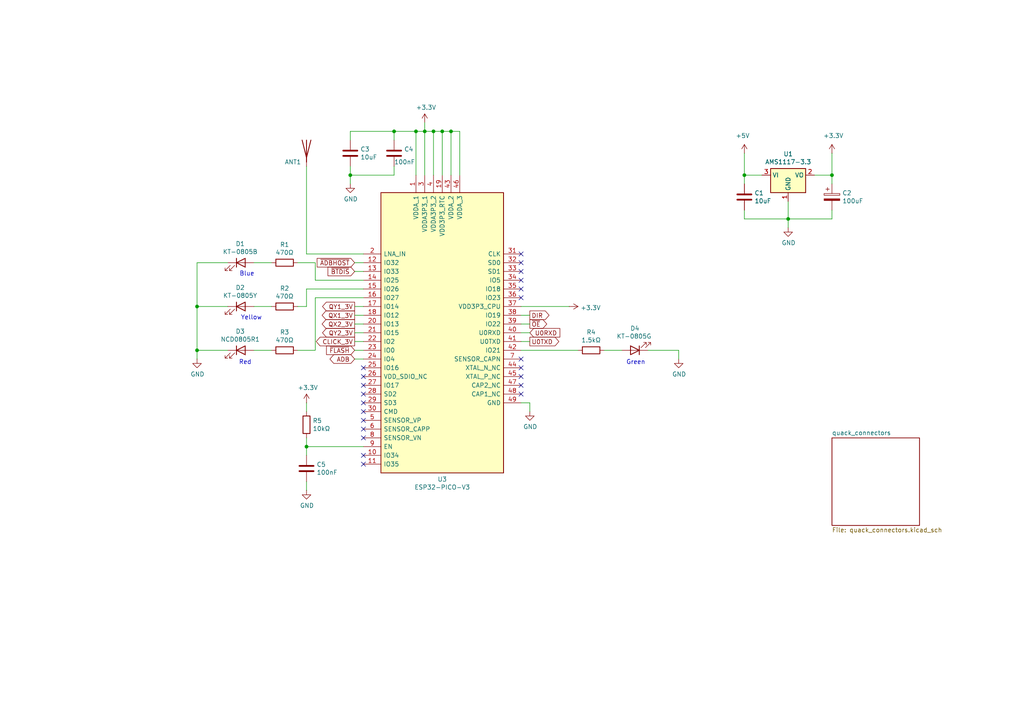
<source format=kicad_sch>
(kicad_sch (version 20250114) (generator "eeschema") (generator_version "9.0")
  (paper "A4")
  (title_block (title "Quack Mouse Adapter") (date "2025-11-25") (rev "1.5") (company "Lostwave") (comment 1 "https://68kmla.org") (comment 2 "https://github.com/demik/quack/tree/master/EDA"))
  (lib_symbols
    (symbol "Device:Antenna" (pin_numbers (hide yes)) (pin_names (offset 1.016) (hide yes))
      (property "Reference" "AE" (at -1.905 1.905 0))
      (property "Value" "Antenna" (at -1.905 0 0))
      (symbol "Antenna_0_1"
        (polyline (pts (xy 0 2.54) (xy 0 -3.81)) (stroke (width 0.254)))
        (polyline (pts (xy 1.27 2.54) (xy 0 -2.54) (xy -1.27 2.54)) (stroke (width 0.254)))
      )
      (symbol "Antenna_1_1"
        (pin input line (at 0 -5.08 90) (length 2.54) (name "A") (number "1"))
      )
    )
    (symbol "Device:C" (pin_numbers (hide yes)) (pin_names (offset 0.254))
      (property "Reference" "C" (at 0.635 2.54 0))
      (property "Value" "C" (at 0.635 -2.54 0))
      (symbol "C_0_1"
        (polyline (pts (xy -2.032 0.762) (xy 2.032 0.762)) (stroke (width 0.508)))
        (polyline (pts (xy -2.032 -0.762) (xy 2.032 -0.762)) (stroke (width 0.508)))
      )
      (symbol "C_1_1"
        (pin passive line (at 0 3.81 270) (length 2.794) (name "~") (number "1"))
        (pin passive line (at 0 -3.81 90) (length 2.794) (name "~") (number "2"))
      )
    )
    (symbol "Device:C_Polarized" (pin_numbers (hide yes)) (pin_names (offset 0.254))
      (property "Reference" "C" (at 0.635 2.54 0))
      (property "Value" "C_Polarized" (at 0.635 -2.54 0))
      (symbol "C_Polarized_0_1"
        (rectangle (start -2.286 0.508) (end 2.286 1.016))
        (polyline (pts (xy -1.778 2.286) (xy -0.762 2.286)))
        (polyline (pts (xy -1.27 2.794) (xy -1.27 1.778)))
        (rectangle (start 2.286 -0.508) (end -2.286 -1.016) (fill (type outline)))
      )
      (symbol "C_Polarized_1_1"
        (pin passive line (at 0 3.81 270) (length 2.794) (name "~") (number "1"))
        (pin passive line (at 0 -3.81 90) (length 2.794) (name "~") (number "2"))
      )
    )
    (symbol "Device:LED" (pin_numbers (hide yes)) (pin_names (offset 1.016) (hide yes))
      (property "Reference" "D" (at 0 2.54 0))
      (property "Value" "LED" (at 0 -2.54 0))
      (symbol "LED_0_1"
        (polyline (pts (xy -3.048 -0.762) (xy -4.572 -2.286) (xy -3.81 -2.286) (xy -4.572 -2.286) (xy -4.572 -1.524)))
        (polyline (pts (xy -1.778 -0.762) (xy -3.302 -2.286) (xy -2.54 -2.286) (xy -3.302 -2.286) (xy -3.302 -1.524)))
        (polyline (pts (xy -1.27 0) (xy 1.27 0)))
        (polyline (pts (xy -1.27 -1.27) (xy -1.27 1.27)) (stroke (width 0.254)))
        (polyline (pts (xy 1.27 -1.27) (xy 1.27 1.27) (xy -1.27 0) (xy 1.27 -1.27)) (stroke (width 0.254)))
      )
      (symbol "LED_1_1"
        (pin passive line (at -3.81 0 0) (length 2.54) (name "K") (number "1"))
        (pin passive line (at 3.81 0 180) (length 2.54) (name "A") (number "2"))
      )
    )
    (symbol "Device:R" (pin_numbers (hide yes)) (pin_names (offset 0))
      (property "Reference" "R" (at 2.032 0 90))
      (property "Value" "R" (at 0 0 90))
      (symbol "R_0_1"
        (rectangle (start -1.016 -2.54) (end 1.016 2.54) (stroke (width 0.254)))
      )
      (symbol "R_1_1"
        (pin passive line (at 0 3.81 270) (length 1.27) (name "~") (number "1"))
        (pin passive line (at 0 -3.81 90) (length 1.27) (name "~") (number "2"))
      )
    )
    (symbol "ESP32-PICO-V3:ESP32-PICO-V3" (pin_names (offset 0.762))
      (property "Reference" "IC" (at 41.91 22.86 0))
      (property "Value" "ESP32-PICO-V3" (at 41.91 20.32 0))
      (symbol "ESP32-PICO-V3_0_0"
        (pin passive line (at 0 0 0) (length 5.08) (name "LNA_IN") (number "2"))
        (pin passive line (at 0 -2.54 0) (length 5.08) (name "IO32") (number "12"))
        (pin passive line (at 0 -5.08 0) (length 5.08) (name "IO33") (number "13"))
        (pin passive line (at 0 -7.62 0) (length 5.08) (name "IO25") (number "14"))
        (pin passive line (at 0 -10.16 0) (length 5.08) (name "IO26") (number "15"))
        (pin passive line (at 0 -12.7 0) (length 5.08) (name "IO27") (number "16"))
        (pin passive line (at 0 -15.24 0) (length 5.08) (name "IO14") (number "17"))
        (pin passive line (at 0 -17.78 0) (length 5.08) (name "IO12") (number "18"))
        (pin passive line (at 0 -20.32 0) (length 5.08) (name "IO13") (number "20"))
        (pin passive line (at 0 -22.86 0) (length 5.08) (name "IO15") (number "21"))
        (pin passive line (at 0 -25.4 0) (length 5.08) (name "IO2") (number "22"))
        (pin passive line (at 0 -27.94 0) (length 5.08) (name "IO0") (number "23"))
        (pin passive line (at 0 -30.48 0) (length 5.08) (name "IO4") (number "24"))
        (pin passive line (at 0 -33.02 0) (length 5.08) (name "IO16") (number "25"))
        (pin passive line (at 0 -35.56 0) (length 5.08) (name "VDD_SDIO_NC") (number "26"))
        (pin passive line (at 0 -38.1 0) (length 5.08) (name "IO17") (number "27"))
        (pin passive line (at 0 -40.64 0) (length 5.08) (name "SD2") (number "28"))
        (pin passive line (at 0 -43.18 0) (length 5.08) (name "SD3") (number "29"))
        (pin passive line (at 0 -45.72 0) (length 5.08) (name "CMD") (number "30"))
        (pin passive line (at 0 -48.26 0) (length 5.08) (name "SENSOR_VP") (number "5"))
        (pin passive line (at 0 -50.8 0) (length 5.08) (name "SENSOR_CAPP") (number "6"))
        (pin passive line (at 0 -53.34 0) (length 5.08) (name "SENSOR_VN") (number "8"))
        (pin passive line (at 0 -55.88 0) (length 5.08) (name "EN") (number "9"))
        (pin passive line (at 0 -58.42 0) (length 5.08) (name "IO34") (number "10"))
        (pin passive line (at 0 -60.96 0) (length 5.08) (name "IO35") (number "11"))
        (pin passive line (at 15.24 22.86 270) (length 5.08) (name "VDDA_1") (number "1"))
        (pin passive line (at 17.78 22.86 270) (length 5.08) (name "VDDA3P3_1") (number "3"))
        (pin passive line (at 20.32 22.86 270) (length 5.08) (name "VDDA3P3_2") (number "4"))
        (pin passive line (at 22.86 22.86 270) (length 5.08) (name "VDD3P3_RTC") (number "19"))
        (pin passive line (at 25.4 22.86 270) (length 5.08) (name "VDDA_2") (number "43"))
        (pin passive line (at 27.94 22.86 270) (length 5.08) (name "VDDA_3") (number "46"))
        (pin passive line (at 45.72 0 180) (length 5.08) (name "CLK") (number "31"))
        (pin passive line (at 45.72 -2.54 180) (length 5.08) (name "SD0") (number "32"))
        (pin passive line (at 45.72 -5.08 180) (length 5.08) (name "SD1") (number "33"))
        (pin passive line (at 45.72 -7.62 180) (length 5.08) (name "IO5") (number "34"))
        (pin passive line (at 45.72 -10.16 180) (length 5.08) (name "IO18") (number "35"))
        (pin passive line (at 45.72 -12.7 180) (length 5.08) (name "IO23") (number "36"))
        (pin passive line (at 45.72 -15.24 180) (length 5.08) (name "VDD3P3_CPU") (number "37"))
        (pin passive line (at 45.72 -17.78 180) (length 5.08) (name "IO19") (number "38"))
        (pin passive line (at 45.72 -20.32 180) (length 5.08) (name "IO22") (number "39"))
        (pin passive line (at 45.72 -22.86 180) (length 5.08) (name "U0RXD") (number "40"))
        (pin passive line (at 45.72 -25.4 180) (length 5.08) (name "U0TXD") (number "41"))
        (pin passive line (at 45.72 -27.94 180) (length 5.08) (name "IO21") (number "42"))
        (pin passive line (at 45.72 -30.48 180) (length 5.08) (name "SENSOR_CAPN") (number "7"))
        (pin passive line (at 45.72 -33.02 180) (length 5.08) (name "XTAL_N_NC") (number "44"))
        (pin passive line (at 45.72 -35.56 180) (length 5.08) (name "XTAL_P_NC") (number "45"))
        (pin passive line (at 45.72 -38.1 180) (length 5.08) (name "CAP2_NC") (number "47"))
        (pin passive line (at 45.72 -40.64 180) (length 5.08) (name "CAP1_NC") (number "48"))
        (pin passive line (at 45.72 -43.18 180) (length 5.08) (name "GND") (number "49"))
      )
      (symbol "ESP32-PICO-V3_1_1"
        (polyline (pts (xy 5.08 17.78) (xy 40.64 17.78) (xy 40.64 -63.5) (xy 5.08 -63.5) (xy 5.08 17.78)) (stroke (width 0.254)) (fill (type background)))
      )
    )
    (symbol "Regulator_Linear:AMS1117-3.3"
      (property "Reference" "U" (at -3.81 3.175 0))
      (property "Value" "AMS1117-3.3" (at 0 3.175 0))
      (symbol "AMS1117-3.3_0_1"
        (rectangle (start -5.08 -5.08) (end 5.08 1.905) (stroke (width 0.254)) (fill (type background)))
      )
      (symbol "AMS1117-3.3_1_1"
        (pin power_in line (at -7.62 0 0) (length 2.54) (name "VI") (number "3"))
        (pin power_in line (at 0 -7.62 90) (length 2.54) (name "GND") (number "1"))
        (pin power_out line (at 7.62 0 180) (length 2.54) (name "VO") (number "2"))
      )
    )
    (symbol "power:+3.3V" (power) (pin_numbers (hide yes)) (pin_names (offset 0) (hide yes))
      (property "Value" "+3.3V" (at 0 3.556 0))
      (symbol "+3.3V_0_1"
        (polyline (pts (xy -0.762 1.27) (xy 0 2.54)))
        (polyline (pts (xy 0 2.54) (xy 0.762 1.27)))
        (polyline (pts (xy 0 0) (xy 0 2.54)))
      )
      (symbol "+3.3V_1_1"
        (pin power_in line (at 0 0 90) (length 0) (name "~") (number "1"))
      )
    )
    (symbol "power:+5V" (power) (pin_numbers (hide yes)) (pin_names (offset 0) (hide yes))
      (property "Value" "+5V" (at 0 3.556 0))
      (symbol "+5V_0_1"
        (polyline (pts (xy -0.762 1.27) (xy 0 2.54)))
        (polyline (pts (xy 0 2.54) (xy 0.762 1.27)))
        (polyline (pts (xy 0 0) (xy 0 2.54)))
      )
      (symbol "+5V_1_1"
        (pin power_in line (at 0 0 90) (length 0) (name "~") (number "1"))
      )
    )
    (symbol "power:GND" (power) (pin_numbers (hide yes)) (pin_names (offset 0) (hide yes))
      (property "Value" "GND" (at 0 -3.81 0))
      (symbol "GND_0_1"
        (polyline (pts (xy 0 0) (xy 0 -1.27) (xy 1.27 -1.27) (xy 0 -2.54) (xy -1.27 -1.27) (xy 0 -1.27)))
      )
      (symbol "GND_1_1"
        (pin power_in line (at 0 0 270) (length 0) (name "~") (number "1"))
      )
    )
  )
  (text "Blue" (at 71.628 79.502 0) (effects (font (size 1.27 1.27))))
  (text "Red" (at 71.12 105.156 0) (effects (font (size 1.27 1.27))))
  (text "Green" (at 184.404 105.156 0) (effects (font (size 1.27 1.27))))
  (text "Yellow" (at 72.898 92.202 0) (effects (font (size 1.27 1.27))))
  (junction (at 101.6 50.8))
  (junction (at 241.3 50.8))
  (junction (at 123.19 38.1))
  (junction (at 114.3 38.1))
  (junction (at 120.65 38.1))
  (junction (at 228.6 63.5))
  (junction (at 88.9 129.54))
  (junction (at 57.15 88.9))
  (junction (at 215.9 50.8))
  (junction (at 57.15 101.6))
  (junction (at 125.73 38.1))
  (junction (at 128.27 38.1))
  (junction (at 130.81 38.1))
  (no_connect (at 151.13 83.82))
  (no_connect (at 151.13 114.3))
  (no_connect (at 151.13 73.66))
  (no_connect (at 105.41 106.68))
  (no_connect (at 151.13 81.28))
  (no_connect (at 105.41 111.76))
  (no_connect (at 151.13 106.68))
  (no_connect (at 105.41 134.62))
  (no_connect (at 105.41 124.46))
  (no_connect (at 105.41 121.92))
  (no_connect (at 151.13 109.22))
  (no_connect (at 105.41 119.38))
  (no_connect (at 151.13 76.2))
  (no_connect (at 151.13 78.74))
  (no_connect (at 105.41 109.22))
  (no_connect (at 105.41 116.84))
  (no_connect (at 105.41 127))
  (no_connect (at 151.13 111.76))
  (no_connect (at 105.41 114.3))
  (no_connect (at 105.41 132.08))
  (no_connect (at 151.13 86.36))
  (no_connect (at 151.13 104.14))
  (wire (pts (xy 105.41 104.14) (xy 102.87 104.14)))
  (wire (pts (xy 228.6 63.5) (xy 215.9 63.5)))
  (wire (pts (xy 105.41 78.74) (xy 102.87 78.74)))
  (wire (pts (xy 78.74 76.2) (xy 73.66 76.2)))
  (wire (pts (xy 128.27 50.8) (xy 128.27 38.1)))
  (wire (pts (xy 151.13 88.9) (xy 165.1 88.9)))
  (wire (pts (xy 101.6 50.8) (xy 101.6 48.26)))
  (wire (pts (xy 88.9 129.54) (xy 88.9 127)))
  (wire (pts (xy 105.41 83.82) (xy 88.9 83.82)))
  (wire (pts (xy 102.87 93.98) (xy 105.41 93.98)))
  (wire (pts (xy 88.9 129.54) (xy 105.41 129.54)))
  (wire (pts (xy 153.67 99.06) (xy 151.13 99.06)))
  (wire (pts (xy 120.65 38.1) (xy 123.19 38.1)))
  (wire (pts (xy 88.9 73.66) (xy 105.41 73.66)))
  (wire (pts (xy 102.87 91.44) (xy 105.41 91.44)))
  (wire (pts (xy 88.9 73.66) (xy 88.9 48.26)))
  (wire (pts (xy 114.3 40.64) (xy 114.3 38.1)))
  (wire (pts (xy 215.9 50.8) (xy 215.9 44.45)))
  (wire (pts (xy 228.6 58.42) (xy 228.6 63.5)))
  (wire (pts (xy 123.19 38.1) (xy 123.19 50.8)))
  (wire (pts (xy 236.22 50.8) (xy 241.3 50.8)))
  (wire (pts (xy 57.15 101.6) (xy 66.04 101.6)))
  (wire (pts (xy 101.6 38.1) (xy 101.6 40.64)))
  (wire (pts (xy 133.35 38.1) (xy 130.81 38.1)))
  (wire (pts (xy 153.67 96.52) (xy 151.13 96.52)))
  (wire (pts (xy 101.6 53.34) (xy 101.6 50.8)))
  (wire (pts (xy 91.44 86.36) (xy 91.44 101.6)))
  (wire (pts (xy 114.3 38.1) (xy 101.6 38.1)))
  (wire (pts (xy 215.9 50.8) (xy 220.98 50.8)))
  (wire (pts (xy 57.15 88.9) (xy 66.04 88.9)))
  (wire (pts (xy 78.74 101.6) (xy 73.66 101.6)))
  (wire (pts (xy 91.44 81.28) (xy 91.44 76.2)))
  (wire (pts (xy 88.9 116.84) (xy 88.9 119.38)))
  (wire (pts (xy 133.35 50.8) (xy 133.35 38.1)))
  (wire (pts (xy 120.65 38.1) (xy 114.3 38.1)))
  (wire (pts (xy 125.73 50.8) (xy 125.73 38.1)))
  (wire (pts (xy 175.26 101.6) (xy 180.34 101.6)))
  (wire (pts (xy 215.9 53.34) (xy 215.9 50.8)))
  (wire (pts (xy 215.9 63.5) (xy 215.9 60.96)))
  (wire (pts (xy 125.73 38.1) (xy 128.27 38.1)))
  (wire (pts (xy 88.9 88.9) (xy 86.36 88.9)))
  (wire (pts (xy 57.15 76.2) (xy 57.15 88.9)))
  (wire (pts (xy 196.85 101.6) (xy 187.96 101.6)))
  (wire (pts (xy 78.74 88.9) (xy 73.66 88.9)))
  (wire (pts (xy 57.15 101.6) (xy 57.15 104.14)))
  (wire (pts (xy 130.81 50.8) (xy 130.81 38.1)))
  (wire (pts (xy 88.9 83.82) (xy 88.9 88.9)))
  (wire (pts (xy 241.3 50.8) (xy 241.3 53.34)))
  (wire (pts (xy 105.41 86.36) (xy 91.44 86.36)))
  (wire (pts (xy 102.87 88.9) (xy 105.41 88.9)))
  (wire (pts (xy 151.13 93.98) (xy 153.67 93.98)))
  (wire (pts (xy 151.13 91.44) (xy 153.67 91.44)))
  (wire (pts (xy 125.73 38.1) (xy 123.19 38.1)))
  (wire (pts (xy 88.9 139.7) (xy 88.9 142.24)))
  (wire (pts (xy 120.65 50.8) (xy 120.65 38.1)))
  (wire (pts (xy 153.67 116.84) (xy 153.67 119.38)))
  (wire (pts (xy 86.36 76.2) (xy 91.44 76.2)))
  (wire (pts (xy 105.41 81.28) (xy 91.44 81.28)))
  (wire (pts (xy 151.13 101.6) (xy 167.64 101.6)))
  (wire (pts (xy 123.19 38.1) (xy 123.19 35.56)))
  (wire (pts (xy 102.87 101.6) (xy 105.41 101.6)))
  (wire (pts (xy 57.15 76.2) (xy 66.04 76.2)))
  (wire (pts (xy 196.85 104.14) (xy 196.85 101.6)))
  (wire (pts (xy 57.15 88.9) (xy 57.15 101.6)))
  (wire (pts (xy 102.87 99.06) (xy 105.41 99.06)))
  (wire (pts (xy 241.3 44.45) (xy 241.3 50.8)))
  (wire (pts (xy 102.87 96.52) (xy 105.41 96.52)))
  (wire (pts (xy 241.3 60.96) (xy 241.3 63.5)))
  (wire (pts (xy 228.6 63.5) (xy 228.6 66.04)))
  (wire (pts (xy 114.3 48.26) (xy 114.3 50.8)))
  (wire (pts (xy 128.27 38.1) (xy 130.81 38.1)))
  (wire (pts (xy 91.44 101.6) (xy 86.36 101.6)))
  (wire (pts (xy 114.3 50.8) (xy 101.6 50.8)))
  (wire (pts (xy 241.3 63.5) (xy 228.6 63.5)))
  (wire (pts (xy 105.41 76.2) (xy 102.87 76.2)))
  (wire (pts (xy 88.9 132.08) (xy 88.9 129.54)))
  (wire (pts (xy 151.13 116.84) (xy 153.67 116.84)))
  (global_label "QX2_3V" (shape output) (at 102.87 93.98 180) (property "Intersheetrefs" "${INTERSHEET_REFS}" (effects (hide yes))))
  (global_label "QX1_3V" (shape output) (at 102.87 91.44 180) (property "Intersheetrefs" "${INTERSHEET_REFS}" (effects (hide yes))))
  (global_label "CLICK_3V" (shape output) (at 102.87 99.06 180) (property "Intersheetrefs" "${INTERSHEET_REFS}" (effects (hide yes))))
  (global_label "~{FLASH}" (shape input) (at 102.87 101.6 180) (property "Intersheetrefs" "${INTERSHEET_REFS}" (effects (hide yes))))
  (global_label "U0RXD" (shape input) (at 153.67 96.52 0) (property "Intersheetrefs" "${INTERSHEET_REFS}" (effects (hide yes))))
  (global_label "~{OE}" (shape output) (at 153.67 93.98 0) (property "Intersheetrefs" "${INTERSHEET_REFS}" (effects (hide yes))))
  (global_label "ADB" (shape bidirectional) (at 102.87 104.14 180) (property "Intersheetrefs" "${INTERSHEET_REFS}" (effects (hide yes))))
  (global_label "U0TXD" (shape output) (at 153.67 99.06 0) (property "Intersheetrefs" "${INTERSHEET_REFS}" (effects (hide yes))))
  (global_label "QY1_3V" (shape output) (at 102.87 88.9 180) (property "Intersheetrefs" "${INTERSHEET_REFS}" (effects (hide yes))))
  (global_label "QY2_3V" (shape output) (at 102.87 96.52 180) (property "Intersheetrefs" "${INTERSHEET_REFS}" (effects (hide yes))))
  (global_label "~{BTDIS}" (shape input) (at 102.87 78.74 180) (property "Intersheetrefs" "${INTERSHEET_REFS}" (effects (hide yes))))
  (global_label "DIR" (shape output) (at 153.67 91.44 0) (property "Intersheetrefs" "${INTERSHEET_REFS}" (effects (hide yes))))
  (global_label "~{ADBHOST}" (shape input) (at 102.87 76.2 180) (property "Intersheetrefs" "${INTERSHEET_REFS}" (effects (hide yes))))
  (symbol (lib_id "ESP32-PICO-V3:ESP32-PICO-V3") (at 105.41 73.66 0) (unit 1)
    (property "Reference" "U3" (at 128.27 139.0142 0))
    (property "Value" "ESP32-PICO-V3" (at 128.27 141.3256 0))
    (property "Footprint" "Package_DFN_QFN:QFN-48-1EP_7x7mm_P0.5mm_EP5.3x5.3mm" (effects (hide yes)))
    (property "Datasheet" "https://hr.mouser.com/datasheet/2/891/esp32-pico-d4_datasheet_en-1365829.pdf" (effects (hide yes)))
    (property "Description" "ESP32-PICO-V3 module" (effects (hide yes)))
    (property "Mouser Part Number" "356-ESP32-PICO-V3" (effects (hide yes)))
    (property "Manufacturer_Name" "Espressif" (effects (hide yes)))
    (property "Manufacturer_Part_Number" "ESP32-PICO-V3" (effects (hide yes)))
  )
  (symbol (lib_id "Regulator_Linear:AMS1117-3.3") (at 228.6 50.8 0) (unit 1)
    (property "Reference" "U1" (at 228.6 44.6532 0))
    (property "Value" "AMS1117-3.3" (at 228.6 46.9646 0))
    (property "Footprint" "Package_TO_SOT_SMD:SOT-223-3_TabPin2" (effects (hide yes)))
    (property "Datasheet" "http://www.advanced-monolithic.com/pdf/ds1117.pdf" (effects (hide yes)))
  )
  (symbol (lib_id "power:GND") (at 228.6 66.04 0) (unit 1)
    (property "Reference" "#PWR0108" (effects (hide yes)))
    (property "Value" "GND" (at 228.727 70.4342 0))
  )
  (symbol (lib_id "power:+5V") (at 215.9 44.45 0) (unit 1)
    (property "Reference" "#PWR0109" (effects (hide yes)))
    (property "Value" "+5V" (at 213.36 39.37 0) (effects (justify left)))
  )
  (symbol (lib_id "power:+3.3V") (at 241.3 44.45 0) (unit 1)
    (property "Reference" "#PWR0110" (effects (hide yes)))
    (property "Value" "+3.3V" (at 238.76 39.37 0) (effects (justify left)))
  )
  (symbol (lib_id "Device:C") (at 215.9 57.15 0) (unit 1)
    (property "Reference" "C1" (at 218.821 55.9816 0) (effects (justify left)))
    (property "Value" "10uF" (at 218.821 58.293 0) (effects (justify left)))
    (property "Footprint" "Capacitor_SMD:C_0805_2012Metric" (effects (hide yes)))
  )
  (symbol (lib_id "Device:C_Polarized") (at 241.3 57.15 0) (unit 1)
    (property "Reference" "C2" (at 244.2972 55.9816 0) (effects (justify left)))
    (property "Value" "100uF" (at 244.2972 58.293 0) (effects (justify left)))
    (property "Footprint" "Capacitor_Tantalum_SMD:CP_EIA-3528-12_Kemet-T" (effects (hide yes)))
    (property "Description" "Polarized capacitor" (effects (hide yes)))
  )
  (symbol (lib_id "power:+3.3V") (at 123.19 35.56 0) (unit 1)
    (property "Reference" "#PWR0111" (effects (hide yes)))
    (property "Value" "+3.3V" (at 123.571 31.1658 0))
  )
  (symbol (lib_id "power:GND") (at 153.67 119.38 0) (unit 1)
    (property "Reference" "#PWR0112" (effects (hide yes)))
    (property "Value" "GND" (at 153.797 123.7742 0))
  )
  (symbol (lib_id "power:+3.3V") (at 165.1 88.9 270) (unit 1)
    (property "Reference" "#PWR0113" (effects (hide yes)))
    (property "Value" "+3.3V" (at 168.3512 89.281 90) (effects (justify left)))
  )
  (symbol (lib_id "Device:LED") (at 184.15 101.6 180) (unit 1)
    (property "Reference" "D4" (at 184.15 95.25 0))
    (property "Value" "KT-0805G" (at 183.896 97.536 0))
    (property "Footprint" "LED_SMD:LED_0805_2012Metric" (effects (hide yes)))
  )
  (symbol (lib_id "Device:LED") (at 69.85 76.2 0) (unit 1)
    (property "Reference" "D1" (at 69.6722 70.7136 0))
    (property "Value" "KT-0805B" (at 69.6722 73.025 0))
    (property "Footprint" "LED_SMD:LED_0805_2012Metric" (effects (hide yes)))
  )
  (symbol (lib_id "Device:LED") (at 69.85 88.9 0) (unit 1)
    (property "Reference" "D2" (at 69.6722 83.4136 0))
    (property "Value" "KT-0805Y" (at 69.6722 85.725 0))
    (property "Footprint" "LED_SMD:LED_0805_2012Metric" (effects (hide yes)))
  )
  (symbol (lib_id "Device:R") (at 88.9 123.19 0) (unit 1)
    (property "Reference" "R5" (at 90.678 122.0216 0) (effects (justify left)))
    (property "Value" "10kΩ" (at 90.678 124.333 0) (effects (justify left)))
    (property "Footprint" "Resistor_SMD:R_0805_2012Metric" (effects (hide yes)))
  )
  (symbol (lib_id "Device:C") (at 88.9 135.89 0) (unit 1)
    (property "Reference" "C5" (at 91.821 134.7216 0) (effects (justify left)))
    (property "Value" "100nF" (at 91.821 137.033 0) (effects (justify left)))
    (property "Footprint" "Capacitor_SMD:C_0805_2012Metric" (effects (hide yes)))
  )
  (symbol (lib_id "Device:LED") (at 69.85 101.6 0) (unit 1)
    (property "Reference" "D3" (at 69.6722 96.1136 0))
    (property "Value" "NCD0805R1" (at 69.6722 98.425 0))
    (property "Footprint" "LED_SMD:LED_0805_2012Metric" (effects (hide yes)))
  )
  (symbol (lib_id "Device:R") (at 82.55 76.2 270) (unit 1)
    (property "Reference" "R1" (at 82.55 70.9422 90))
    (property "Value" "470Ω" (at 82.55 73.2536 90))
    (property "Footprint" "Resistor_SMD:R_0805_2012Metric" (effects (hide yes)))
  )
  (symbol (lib_id "Device:R") (at 82.55 88.9 270) (unit 1)
    (property "Reference" "R2" (at 82.55 83.6422 90))
    (property "Value" "470Ω" (at 82.55 85.9536 90))
    (property "Footprint" "Resistor_SMD:R_0805_2012Metric" (effects (hide yes)))
  )
  (symbol (lib_id "Device:R") (at 82.55 101.6 270) (unit 1)
    (property "Reference" "R3" (at 82.55 96.3422 90))
    (property "Value" "470Ω" (at 82.55 98.6536 90))
    (property "Footprint" "Resistor_SMD:R_0805_2012Metric" (effects (hide yes)))
  )
  (symbol (lib_id "power:GND") (at 88.9 142.24 0) (unit 1)
    (property "Reference" "#PWR0121" (effects (hide yes)))
    (property "Value" "GND" (at 89.027 146.6342 0))
  )
  (symbol (lib_id "power:+3.3V") (at 88.9 116.84 0) (unit 1)
    (property "Reference" "#PWR0122" (effects (hide yes)))
    (property "Value" "+3.3V" (at 89.281 112.4458 0))
  )
  (symbol (lib_id "power:GND") (at 57.15 104.14 0) (unit 1)
    (property "Reference" "#PWR0114" (effects (hide yes)))
    (property "Value" "GND" (at 57.277 108.5342 0))
  )
  (symbol (lib_id "Device:R") (at 171.45 101.6 270) (unit 1)
    (property "Reference" "R4" (at 171.45 96.3422 90))
    (property "Value" "1.5kΩ" (at 171.45 98.6536 90))
    (property "Footprint" "Resistor_SMD:R_0805_2012Metric" (effects (hide yes)))
  )
  (symbol (lib_id "power:GND") (at 196.85 104.14 0) (unit 1)
    (property "Reference" "#PWR0115" (effects (hide yes)))
    (property "Value" "GND" (at 196.977 108.5342 0))
  )
  (symbol (lib_id "Device:C") (at 114.3 44.45 0) (unit 1)
    (property "Reference" "C4" (at 117.221 43.2816 0) (effects (justify left)))
    (property "Value" "100nF" (at 114.3 46.99 0) (effects (justify left)))
    (property "Footprint" "Capacitor_SMD:C_0805_2012Metric" (effects (hide yes)))
  )
  (symbol (lib_id "Device:C") (at 101.6 44.45 0) (unit 1)
    (property "Reference" "C3" (at 104.521 43.2816 0) (effects (justify left)))
    (property "Value" "10uF" (at 104.521 45.593 0) (effects (justify left)))
    (property "Footprint" "Capacitor_SMD:C_0805_2012Metric" (effects (hide yes)))
  )
  (symbol (lib_id "power:GND") (at 101.6 53.34 0) (unit 1)
    (property "Reference" "#PWR0118" (effects (hide yes)))
    (property "Value" "GND" (at 101.727 57.7342 0))
  )
  (symbol (lib_id "Device:Antenna") (at 88.9 43.18 0) (unit 1)
    (property "Reference" "ANT1" (at 82.55 46.99 0) (effects (justify left)))
    (property "Value" "Antenna_Shield" (effects (hide yes)))
    (property "Footprint" "RF_Antenna:Texas_SWRA117D_2.4GHz_Right" (effects (hide yes)))
  )
  (sheet (at 241.3 127) (size 25.4 25.4)
    (property "Sheetname" "quack_connectors" (at 241.3 126.2884 0) (effects (justify left bottom)))
    (property "Sheetfile" "quack_connectors.kicad_sch" (at 241.3 152.9846 0) (effects (justify left top)))
  )
)
</source>
